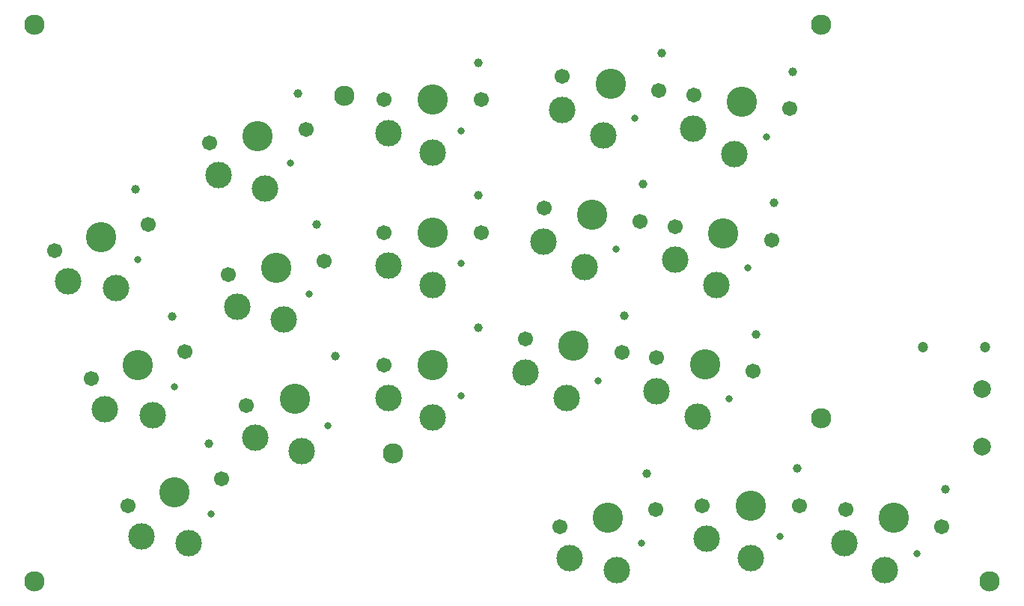
<source format=gbr>
G04 #@! TF.GenerationSoftware,KiCad,Pcbnew,(5.1.9)-1*
G04 #@! TF.CreationDate,2021-03-07T06:52:16-05:00*
G04 #@! TF.ProjectId,ya36,79613336-2e6b-4696-9361-645f70636258,rev?*
G04 #@! TF.SameCoordinates,Original*
G04 #@! TF.FileFunction,Soldermask,Top*
G04 #@! TF.FilePolarity,Negative*
%FSLAX46Y46*%
G04 Gerber Fmt 4.6, Leading zero omitted, Abs format (unit mm)*
G04 Created by KiCad (PCBNEW (5.1.9)-1) date 2021-03-07 06:52:16*
%MOMM*%
%LPD*%
G01*
G04 APERTURE LIST*
%ADD10C,2.300000*%
%ADD11C,0.990600*%
%ADD12C,3.000000*%
%ADD13C,3.429000*%
%ADD14C,1.701800*%
%ADD15C,0.800000*%
%ADD16C,2.000000*%
%ADD17C,1.200000*%
G04 APERTURE END LIST*
D10*
X131000000Y-96500000D03*
X42000000Y-52000000D03*
D11*
X108724535Y-84921379D03*
D12*
X102142729Y-94246116D03*
D13*
X102970809Y-88354021D03*
D12*
X97497570Y-91371661D03*
D14*
X108417283Y-89119473D03*
X97524335Y-87588569D03*
D15*
X105726831Y-92275751D03*
D10*
X150000000Y-115000000D03*
X82500000Y-100500000D03*
D11*
X57554448Y-85023873D03*
D12*
X55334381Y-96219506D03*
D13*
X53694339Y-90499999D03*
D12*
X49921671Y-95482917D03*
D14*
X58981278Y-88983994D03*
X48407400Y-92016004D03*
D15*
X57807202Y-92961703D03*
X75144119Y-97364167D03*
D14*
X65967411Y-95119473D03*
D12*
X66984444Y-98763392D03*
D13*
X71413885Y-94354021D03*
D12*
X72241965Y-100246116D03*
D11*
X75998557Y-89468412D03*
D10*
X131000000Y-52000000D03*
D11*
X92220000Y-86300000D03*
D12*
X87000000Y-96450000D03*
D13*
X87000000Y-90500000D03*
D12*
X82000000Y-94250000D03*
D14*
X81500000Y-90500000D03*
D15*
X90275000Y-94000000D03*
D10*
X42000000Y-115000000D03*
D11*
X145058439Y-104598980D03*
D12*
X138155213Y-113688335D03*
D13*
X139188420Y-107828729D03*
D12*
X133613201Y-110653517D03*
D14*
X144604863Y-108783794D03*
X133771977Y-106873664D03*
D15*
X141805897Y-111844254D03*
D11*
X53419887Y-70604948D03*
D12*
X51199820Y-81800581D03*
D13*
X49559778Y-76081074D03*
D12*
X45787110Y-81063992D03*
D14*
X54846717Y-74565069D03*
X44272839Y-77597079D03*
D15*
X53672641Y-78542778D03*
D10*
X77000000Y-60000000D03*
D11*
X61689008Y-99442799D03*
D12*
X59468941Y-110638432D03*
D13*
X57828899Y-104918925D03*
D12*
X54056231Y-109901843D03*
D14*
X63115838Y-103402920D03*
X52541960Y-106434930D03*
D15*
X61941762Y-107380629D03*
D11*
X111222955Y-102786093D03*
D12*
X107844788Y-113688335D03*
D13*
X106811581Y-107828729D03*
D12*
X102538723Y-112389999D03*
D14*
X112228024Y-106873664D03*
X101395138Y-108783794D03*
D15*
X110644595Y-110706858D03*
D11*
X73910960Y-74614390D03*
D12*
X70154368Y-85392094D03*
D13*
X69326288Y-79499999D03*
D12*
X64896847Y-83909370D03*
D14*
X74772762Y-78734547D03*
X63879814Y-80265451D03*
D15*
X73056522Y-82510145D03*
D11*
X112899728Y-55213337D03*
D12*
X106317922Y-64538074D03*
D13*
X107146002Y-58645979D03*
D12*
X101672763Y-61663619D03*
D14*
X112592476Y-59411431D03*
X101699528Y-57880527D03*
D15*
X109902024Y-62567709D03*
D11*
X71823364Y-59760370D03*
D12*
X68066772Y-70538074D03*
D13*
X67238692Y-64645979D03*
D12*
X62809251Y-69055350D03*
D14*
X72685166Y-63880527D03*
X61792218Y-65411431D03*
D15*
X70968926Y-67656125D03*
D16*
X149150000Y-93250000D03*
X149150000Y-99750000D03*
D11*
X110812132Y-70067359D03*
D12*
X104230326Y-79392096D03*
D13*
X105058406Y-73500001D03*
D12*
X99585167Y-76517641D03*
D14*
X110504880Y-74265453D03*
X99611932Y-72734549D03*
D15*
X107814428Y-77421731D03*
D11*
X127753749Y-57300934D03*
D12*
X121171943Y-66625671D03*
D13*
X122000023Y-60733576D03*
D12*
X116526784Y-63751216D03*
D14*
X127446497Y-61499028D03*
X116553549Y-59968124D03*
D15*
X124756045Y-64655306D03*
D17*
X142500000Y-88500000D03*
X149500000Y-88500000D03*
D11*
X123578556Y-87008975D03*
D12*
X116996750Y-96333712D03*
D13*
X117824830Y-90441617D03*
D12*
X112351591Y-93459257D03*
D14*
X123271304Y-91207069D03*
X112378356Y-89676165D03*
D15*
X120580852Y-94363347D03*
D11*
X128220000Y-102212426D03*
D12*
X123000000Y-112362426D03*
D13*
X123000000Y-106412426D03*
D12*
X118000000Y-110162426D03*
D14*
X128500000Y-106412426D03*
X117500000Y-106412426D03*
D15*
X126275000Y-109912426D03*
D11*
X125666153Y-72154954D03*
D12*
X119084347Y-81479691D03*
D13*
X119912427Y-75587596D03*
D12*
X114439188Y-78605236D03*
D14*
X125358901Y-76353048D03*
X114465953Y-74822144D03*
D15*
X122668449Y-79509326D03*
D11*
X92220000Y-56300000D03*
D12*
X87000000Y-66450000D03*
D13*
X87000000Y-60500000D03*
D12*
X82000000Y-64250000D03*
D14*
X92500000Y-60500000D03*
X81500000Y-60500000D03*
D15*
X90275000Y-64000000D03*
D11*
X92220000Y-71300000D03*
D12*
X87000000Y-81450000D03*
D13*
X87000000Y-75500000D03*
D12*
X82000000Y-79250000D03*
D14*
X92500000Y-75500000D03*
X81500000Y-75500000D03*
D15*
X90275000Y-79000000D03*
M02*

</source>
